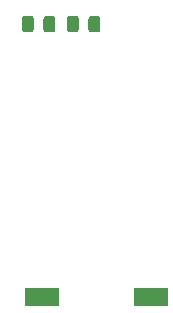
<source format=gbr>
%TF.GenerationSoftware,KiCad,Pcbnew,(5.1.12)-1*%
%TF.CreationDate,2021-12-29T18:15:49+01:00*%
%TF.ProjectId,esp32pcbheater,65737033-3270-4636-9268-65617465722e,rev?*%
%TF.SameCoordinates,Original*%
%TF.FileFunction,Paste,Bot*%
%TF.FilePolarity,Positive*%
%FSLAX46Y46*%
G04 Gerber Fmt 4.6, Leading zero omitted, Abs format (unit mm)*
G04 Created by KiCad (PCBNEW (5.1.12)-1) date 2021-12-29 18:15:49*
%MOMM*%
%LPD*%
G01*
G04 APERTURE LIST*
%ADD10R,3.000000X1.524000*%
G04 APERTURE END LIST*
D10*
%TO.C,BZ1*%
X110744000Y-82753200D03*
X119989600Y-82753200D03*
%TD*%
%TO.C,R8*%
G36*
G01*
X112875000Y-60140001D02*
X112875000Y-59239999D01*
G75*
G02*
X113124999Y-58990000I249999J0D01*
G01*
X113650001Y-58990000D01*
G75*
G02*
X113900000Y-59239999I0J-249999D01*
G01*
X113900000Y-60140001D01*
G75*
G02*
X113650001Y-60390000I-249999J0D01*
G01*
X113124999Y-60390000D01*
G75*
G02*
X112875000Y-60140001I0J249999D01*
G01*
G37*
G36*
G01*
X114700000Y-60140001D02*
X114700000Y-59239999D01*
G75*
G02*
X114949999Y-58990000I249999J0D01*
G01*
X115475001Y-58990000D01*
G75*
G02*
X115725000Y-59239999I0J-249999D01*
G01*
X115725000Y-60140001D01*
G75*
G02*
X115475001Y-60390000I-249999J0D01*
G01*
X114949999Y-60390000D01*
G75*
G02*
X114700000Y-60140001I0J249999D01*
G01*
G37*
%TD*%
%TO.C,R10*%
G36*
G01*
X109065000Y-60140001D02*
X109065000Y-59239999D01*
G75*
G02*
X109314999Y-58990000I249999J0D01*
G01*
X109840001Y-58990000D01*
G75*
G02*
X110090000Y-59239999I0J-249999D01*
G01*
X110090000Y-60140001D01*
G75*
G02*
X109840001Y-60390000I-249999J0D01*
G01*
X109314999Y-60390000D01*
G75*
G02*
X109065000Y-60140001I0J249999D01*
G01*
G37*
G36*
G01*
X110890000Y-60140001D02*
X110890000Y-59239999D01*
G75*
G02*
X111139999Y-58990000I249999J0D01*
G01*
X111665001Y-58990000D01*
G75*
G02*
X111915000Y-59239999I0J-249999D01*
G01*
X111915000Y-60140001D01*
G75*
G02*
X111665001Y-60390000I-249999J0D01*
G01*
X111139999Y-60390000D01*
G75*
G02*
X110890000Y-60140001I0J249999D01*
G01*
G37*
%TD*%
M02*

</source>
